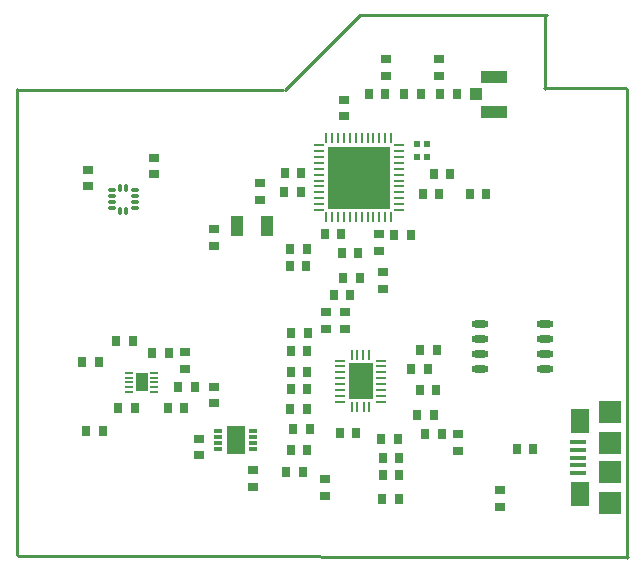
<source format=gtp>
G04 Layer_Color=8421504*
%FSLAX25Y25*%
%MOIN*%
G70*
G01*
G75*
%ADD10R,0.03543X0.03150*%
%ADD11R,0.03150X0.03543*%
%ADD12R,0.04134X0.03937*%
%ADD13R,0.08661X0.04134*%
%ADD14O,0.01181X0.02953*%
%ADD15O,0.02953X0.01181*%
%ADD16O,0.05709X0.02362*%
%ADD17R,0.05315X0.01575*%
%ADD18R,0.07480X0.07480*%
%ADD19R,0.06299X0.08268*%
%ADD20R,0.08000X0.12200*%
%ADD21R,0.03347X0.01102*%
%ADD22R,0.01102X0.03347*%
%ADD23R,0.00984X0.03347*%
%ADD24R,0.02756X0.00787*%
%ADD25R,0.03937X0.06299*%
%ADD26R,0.03100X0.01200*%
%ADD27R,0.06100X0.09400*%
%ADD28R,0.03937X0.07087*%
%ADD29R,0.01968X0.01968*%
%ADD30R,0.20866X0.20866*%
%ADD31O,0.00984X0.03740*%
%ADD32O,0.03740X0.00984*%
%ADD36C,0.01000*%
D10*
X509200Y132656D02*
D03*
Y127144D02*
D03*
X408900Y149756D02*
D03*
Y144244D02*
D03*
X404319Y173144D02*
D03*
Y178656D02*
D03*
X371900Y239456D02*
D03*
Y233944D02*
D03*
X470300Y205256D02*
D03*
Y199744D02*
D03*
X468800Y217956D02*
D03*
Y212444D02*
D03*
X471400Y270844D02*
D03*
Y276356D02*
D03*
X429342Y229438D02*
D03*
Y234949D02*
D03*
X393900Y237944D02*
D03*
Y243456D02*
D03*
X413957Y219656D02*
D03*
Y214144D02*
D03*
X457100Y257344D02*
D03*
Y262856D02*
D03*
X413800Y167128D02*
D03*
Y161616D02*
D03*
X489000Y270844D02*
D03*
Y276356D02*
D03*
X450900Y130744D02*
D03*
Y136256D02*
D03*
X495400Y145744D02*
D03*
Y151256D02*
D03*
X426800Y139256D02*
D03*
Y133744D02*
D03*
X451200Y192056D02*
D03*
Y186544D02*
D03*
X457500Y192056D02*
D03*
Y186544D02*
D03*
D11*
X485256Y173000D02*
D03*
X479744D02*
D03*
X482644Y179400D02*
D03*
X488156D02*
D03*
X483500Y231500D02*
D03*
X489012D02*
D03*
X398791Y178444D02*
D03*
X393279D02*
D03*
X381344Y182300D02*
D03*
X386856D02*
D03*
X488050Y166097D02*
D03*
X482538D02*
D03*
X514844Y146400D02*
D03*
X520356D02*
D03*
X445156Y185200D02*
D03*
X439644D02*
D03*
X439538Y178897D02*
D03*
X445050D02*
D03*
X453838Y197649D02*
D03*
X459349D02*
D03*
X457044Y203375D02*
D03*
X462556D02*
D03*
X456544Y211700D02*
D03*
X462056D02*
D03*
X444856Y213025D02*
D03*
X439344D02*
D03*
X444656Y207300D02*
D03*
X439144D02*
D03*
X456356Y218000D02*
D03*
X450844D02*
D03*
X474044Y217700D02*
D03*
X479556D02*
D03*
X442898Y231942D02*
D03*
X437386D02*
D03*
X504656Y231500D02*
D03*
X499144D02*
D03*
X487188Y238200D02*
D03*
X492700D02*
D03*
X470998Y264658D02*
D03*
X465486D02*
D03*
X443056Y238500D02*
D03*
X437544D02*
D03*
X402044Y166931D02*
D03*
X407556D02*
D03*
X404056Y159944D02*
D03*
X398544D02*
D03*
X376756Y152500D02*
D03*
X371244D02*
D03*
X370044Y175444D02*
D03*
X375556D02*
D03*
X382044Y159944D02*
D03*
X387556D02*
D03*
X475656Y137600D02*
D03*
X470144D02*
D03*
X455844Y151800D02*
D03*
X461356D02*
D03*
X437944Y138600D02*
D03*
X443456D02*
D03*
X439444Y145900D02*
D03*
X444956D02*
D03*
X440244Y153000D02*
D03*
X445756D02*
D03*
X489386Y264558D02*
D03*
X494898D02*
D03*
X482856Y264700D02*
D03*
X477344D02*
D03*
X475256Y149800D02*
D03*
X469744D02*
D03*
X475656Y143400D02*
D03*
X470144D02*
D03*
X489756Y151500D02*
D03*
X484244D02*
D03*
X487250Y157597D02*
D03*
X481738D02*
D03*
X439244Y159800D02*
D03*
X444756D02*
D03*
X470044Y129800D02*
D03*
X475556D02*
D03*
X439444Y172200D02*
D03*
X444956D02*
D03*
X439444Y166474D02*
D03*
X444956D02*
D03*
D12*
X501238Y264658D02*
D03*
D13*
X507242Y270465D02*
D03*
Y258851D02*
D03*
D14*
X384671Y225803D02*
D03*
X382702D02*
D03*
Y233480D02*
D03*
X384671D02*
D03*
D15*
X379848Y226689D02*
D03*
Y228658D02*
D03*
Y230626D02*
D03*
Y232595D02*
D03*
X387525D02*
D03*
Y230626D02*
D03*
Y228658D02*
D03*
Y226689D02*
D03*
D16*
X502665Y188197D02*
D03*
Y183197D02*
D03*
Y178197D02*
D03*
Y173197D02*
D03*
X524122Y188197D02*
D03*
Y183197D02*
D03*
Y178197D02*
D03*
Y173197D02*
D03*
D17*
X535358Y138382D02*
D03*
Y140941D02*
D03*
Y143500D02*
D03*
Y146059D02*
D03*
Y148618D02*
D03*
D18*
X545791Y138776D02*
D03*
Y148224D02*
D03*
Y128343D02*
D03*
Y158657D02*
D03*
D19*
X535752Y131295D02*
D03*
Y155705D02*
D03*
D20*
X462794Y168997D02*
D03*
D21*
X455917Y162100D02*
D03*
Y175880D02*
D03*
Y164068D02*
D03*
Y166037D02*
D03*
Y168006D02*
D03*
Y169974D02*
D03*
Y171942D02*
D03*
Y173911D02*
D03*
X469500Y162100D02*
D03*
Y175880D02*
D03*
Y164068D02*
D03*
Y166037D02*
D03*
Y168006D02*
D03*
Y169974D02*
D03*
Y171942D02*
D03*
Y173911D02*
D03*
D22*
X459772Y160242D02*
D03*
X465665D02*
D03*
X459752Y177750D02*
D03*
X465658D02*
D03*
D23*
X461694Y160297D02*
D03*
X463794D02*
D03*
X463694Y177797D02*
D03*
X461694D02*
D03*
D24*
X385666Y171734D02*
D03*
Y170160D02*
D03*
Y168585D02*
D03*
Y167010D02*
D03*
Y165435D02*
D03*
X393934D02*
D03*
Y167010D02*
D03*
Y168585D02*
D03*
Y170160D02*
D03*
Y171734D02*
D03*
D25*
X389800Y168585D02*
D03*
D26*
X415300Y152300D02*
D03*
Y150300D02*
D03*
Y148300D02*
D03*
Y146300D02*
D03*
X426900D02*
D03*
Y148300D02*
D03*
Y150300D02*
D03*
Y152300D02*
D03*
D27*
X421100Y149300D02*
D03*
D28*
X431421Y220600D02*
D03*
X421579D02*
D03*
D29*
X485015Y248206D02*
D03*
Y243678D02*
D03*
X481669Y248206D02*
D03*
Y243678D02*
D03*
D30*
X462142Y236842D02*
D03*
D31*
X472969Y223554D02*
D03*
X471000D02*
D03*
X469032D02*
D03*
X467063D02*
D03*
X465095D02*
D03*
X463126D02*
D03*
X461158D02*
D03*
X459189D02*
D03*
X457221D02*
D03*
X455252D02*
D03*
X453284D02*
D03*
X451315D02*
D03*
Y250129D02*
D03*
X453284D02*
D03*
X455252D02*
D03*
X457221D02*
D03*
X459189D02*
D03*
X461158D02*
D03*
X463126D02*
D03*
X465095D02*
D03*
X467063D02*
D03*
X469032D02*
D03*
X471000D02*
D03*
X472969D02*
D03*
D32*
X448854Y226015D02*
D03*
Y227983D02*
D03*
Y229952D02*
D03*
Y231921D02*
D03*
Y233889D02*
D03*
Y235858D02*
D03*
Y237826D02*
D03*
Y239795D02*
D03*
Y241763D02*
D03*
Y243732D02*
D03*
Y245700D02*
D03*
Y247669D02*
D03*
X475429D02*
D03*
Y245700D02*
D03*
Y243732D02*
D03*
Y241763D02*
D03*
Y239795D02*
D03*
Y237826D02*
D03*
Y235858D02*
D03*
Y233889D02*
D03*
Y231921D02*
D03*
Y229952D02*
D03*
Y227983D02*
D03*
Y226015D02*
D03*
D36*
X437600Y266200D02*
X462500Y291100D01*
X463000D02*
X524900D01*
X524400Y266400D02*
Y290500D01*
X524000Y266600D02*
X551400D01*
X551700Y110100D02*
Y266500D01*
X348500Y110801D02*
X551800Y110400D01*
X348300Y111000D02*
Y266400D01*
X348200Y266000D02*
X436800D01*
M02*

</source>
